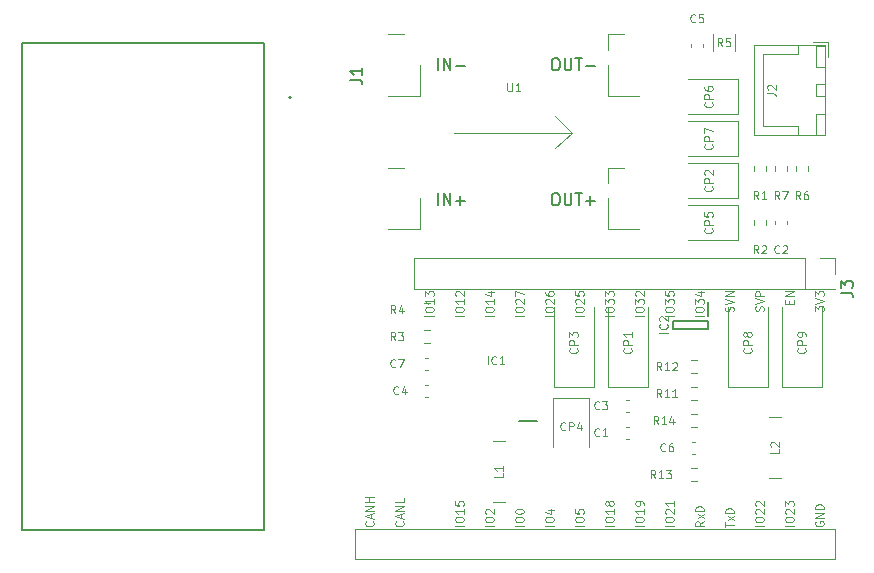
<source format=gbr>
%TF.GenerationSoftware,KiCad,Pcbnew,(5.1.10)-1*%
%TF.CreationDate,2021-07-24T11:50:19+02:00*%
%TF.ProjectId,pcb-esp32-power,7063622d-6573-4703-9332-2d706f776572,rev?*%
%TF.SameCoordinates,Original*%
%TF.FileFunction,Legend,Top*%
%TF.FilePolarity,Positive*%
%FSLAX46Y46*%
G04 Gerber Fmt 4.6, Leading zero omitted, Abs format (unit mm)*
G04 Created by KiCad (PCBNEW (5.1.10)-1) date 2021-07-24 11:50:19*
%MOMM*%
%LPD*%
G01*
G04 APERTURE LIST*
%ADD10C,0.120000*%
%ADD11C,0.200000*%
%ADD12C,0.100000*%
%ADD13C,0.127000*%
%ADD14C,0.150000*%
G04 APERTURE END LIST*
D10*
%TO.C,U1*%
X151966000Y-97282000D02*
X150566000Y-98582000D01*
X151966000Y-97282000D02*
X150566000Y-95882000D01*
X141966000Y-97282000D02*
X151966000Y-97282000D01*
X136436000Y-94152000D02*
X139096000Y-94152000D01*
X136436000Y-88952000D02*
X137766000Y-88952000D01*
X139096000Y-91552000D02*
X139096000Y-94152000D01*
X155036000Y-90282000D02*
X155036000Y-88952000D01*
X155036000Y-101582000D02*
X155036000Y-100252000D01*
X155036000Y-91552000D02*
X155036000Y-94152000D01*
X155036000Y-102852000D02*
X155036000Y-105452000D01*
X139096000Y-102852000D02*
X139096000Y-105452000D01*
X155036000Y-88952000D02*
X156366000Y-88952000D01*
X136436000Y-100252000D02*
X137766000Y-100252000D01*
X155036000Y-100252000D02*
X156366000Y-100252000D01*
X155036000Y-94152000D02*
X157696000Y-94152000D01*
X136436000Y-105452000D02*
X139096000Y-105452000D01*
X155036000Y-105452000D02*
X157696000Y-105452000D01*
%TO.C,C6*%
X162446580Y-124462000D02*
X162165420Y-124462000D01*
X162446580Y-123442000D02*
X162165420Y-123442000D01*
%TO.C,CP8*%
X165168000Y-112062000D02*
X165168000Y-118822000D01*
X165168000Y-118822000D02*
X168588000Y-118822000D01*
X168588000Y-118822000D02*
X168588000Y-112062000D01*
%TO.C,CP9*%
X173160000Y-118822000D02*
X173160000Y-112062000D01*
X169740000Y-118822000D02*
X173160000Y-118822000D01*
X169740000Y-112062000D02*
X169740000Y-118822000D01*
D11*
%TO.C,IC2*%
X163527000Y-113188000D02*
X163527000Y-113888000D01*
X163527000Y-113888000D02*
X160577000Y-113888000D01*
X160577000Y-113888000D02*
X160577000Y-113188000D01*
X160577000Y-113188000D02*
X163527000Y-113188000D01*
X163552000Y-111638000D02*
X163552000Y-112838000D01*
D10*
%TO.C,R11*%
X162068742Y-118857500D02*
X162543258Y-118857500D01*
X162068742Y-119902500D02*
X162543258Y-119902500D01*
%TO.C,R12*%
X162543258Y-116571500D02*
X162068742Y-116571500D01*
X162543258Y-117616500D02*
X162068742Y-117616500D01*
%TO.C,R13*%
X162543258Y-126760500D02*
X162068742Y-126760500D01*
X162543258Y-125715500D02*
X162068742Y-125715500D01*
%TO.C,R14*%
X162068742Y-122188500D02*
X162543258Y-122188500D01*
X162068742Y-121143500D02*
X162543258Y-121143500D01*
%TO.C,J2*%
X173692000Y-89606000D02*
X172442000Y-89606000D01*
X173692000Y-90856000D02*
X173692000Y-89606000D01*
X168192000Y-96756000D02*
X168192000Y-93706000D01*
X171142000Y-96756000D02*
X168192000Y-96756000D01*
X171142000Y-97506000D02*
X171142000Y-96756000D01*
X168192000Y-90656000D02*
X168192000Y-93706000D01*
X171142000Y-90656000D02*
X168192000Y-90656000D01*
X171142000Y-89906000D02*
X171142000Y-90656000D01*
X173392000Y-97506000D02*
X173392000Y-95706000D01*
X172642000Y-97506000D02*
X173392000Y-97506000D01*
X172642000Y-95706000D02*
X172642000Y-97506000D01*
X173392000Y-95706000D02*
X172642000Y-95706000D01*
X173392000Y-91706000D02*
X173392000Y-89906000D01*
X172642000Y-91706000D02*
X173392000Y-91706000D01*
X172642000Y-89906000D02*
X172642000Y-91706000D01*
X173392000Y-89906000D02*
X172642000Y-89906000D01*
X173392000Y-94206000D02*
X173392000Y-93206000D01*
X172642000Y-94206000D02*
X173392000Y-94206000D01*
X172642000Y-93206000D02*
X172642000Y-94206000D01*
X173392000Y-93206000D02*
X172642000Y-93206000D01*
X173402000Y-97516000D02*
X173402000Y-89896000D01*
X167432000Y-97516000D02*
X173402000Y-97516000D01*
X167432000Y-89896000D02*
X167432000Y-97516000D01*
X173402000Y-89896000D02*
X167432000Y-89896000D01*
%TO.C,C1*%
X156858580Y-123192000D02*
X156577420Y-123192000D01*
X156858580Y-122172000D02*
X156577420Y-122172000D01*
%TO.C,C2*%
X169162000Y-105042580D02*
X169162000Y-104761420D01*
X170182000Y-105042580D02*
X170182000Y-104761420D01*
%TO.C,C3*%
X156858580Y-119886000D02*
X156577420Y-119886000D01*
X156858580Y-120906000D02*
X156577420Y-120906000D01*
%TO.C,C4*%
X139559420Y-119636000D02*
X139840580Y-119636000D01*
X139559420Y-118616000D02*
X139840580Y-118616000D01*
%TO.C,C5*%
X162050000Y-90056580D02*
X162050000Y-89775420D01*
X163070000Y-90056580D02*
X163070000Y-89775420D01*
%TO.C,CP1*%
X158428000Y-118822000D02*
X158428000Y-112062000D01*
X155008000Y-118822000D02*
X158428000Y-118822000D01*
X155008000Y-112062000D02*
X155008000Y-118822000D01*
%TO.C,CP2*%
X161826000Y-102856000D02*
X166036000Y-102856000D01*
X166036000Y-102856000D02*
X166036000Y-99836000D01*
X166036000Y-99836000D02*
X161826000Y-99836000D01*
%TO.C,CP3*%
X150436000Y-112062000D02*
X150436000Y-118822000D01*
X150436000Y-118822000D02*
X153856000Y-118822000D01*
X153856000Y-118822000D02*
X153856000Y-112062000D01*
%TO.C,CP4*%
X153402000Y-123924000D02*
X153402000Y-119714000D01*
X153402000Y-119714000D02*
X150382000Y-119714000D01*
X150382000Y-119714000D02*
X150382000Y-123924000D01*
%TO.C,CP5*%
X166036000Y-103392000D02*
X161826000Y-103392000D01*
X166036000Y-106412000D02*
X166036000Y-103392000D01*
X161826000Y-106412000D02*
X166036000Y-106412000D01*
%TO.C,CP6*%
X161840000Y-95744000D02*
X166050000Y-95744000D01*
X166050000Y-95744000D02*
X166050000Y-92724000D01*
X166050000Y-92724000D02*
X161840000Y-92724000D01*
%TO.C,CP7*%
X166036000Y-96280000D02*
X161826000Y-96280000D01*
X166036000Y-99300000D02*
X166036000Y-96280000D01*
X161826000Y-99300000D02*
X166036000Y-99300000D01*
%TO.C,R1*%
X168416500Y-100092742D02*
X168416500Y-100567258D01*
X167371500Y-100092742D02*
X167371500Y-100567258D01*
%TO.C,R2*%
X168416500Y-105139258D02*
X168416500Y-104664742D01*
X167371500Y-105139258D02*
X167371500Y-104664742D01*
%TO.C,R3*%
X139462742Y-114031500D02*
X139937258Y-114031500D01*
X139462742Y-115076500D02*
X139937258Y-115076500D01*
%TO.C,R4*%
X139462742Y-112790500D02*
X139937258Y-112790500D01*
X139462742Y-111745500D02*
X139937258Y-111745500D01*
%TO.C,R5*%
X163936000Y-90389064D02*
X163936000Y-88934936D01*
X165756000Y-90389064D02*
X165756000Y-88934936D01*
%TO.C,C7*%
X139559420Y-116330000D02*
X139840580Y-116330000D01*
X139559420Y-117350000D02*
X139840580Y-117350000D01*
D11*
%TO.C,IC1*%
X149017000Y-121731000D02*
X147492000Y-121731000D01*
D12*
%TO.C,L1*%
X145296000Y-128584000D02*
X146296000Y-128584000D01*
X145296000Y-123384000D02*
X146296000Y-123384000D01*
%TO.C,L2*%
X169664000Y-126552000D02*
X168664000Y-126552000D01*
X169664000Y-121352000D02*
X168664000Y-121352000D01*
D10*
%TO.C,R6*%
X170927500Y-100567258D02*
X170927500Y-100092742D01*
X171972500Y-100567258D02*
X171972500Y-100092742D01*
%TO.C,R7*%
X170194500Y-100567258D02*
X170194500Y-100092742D01*
X169149500Y-100567258D02*
X169149500Y-100092742D01*
%TO.C,J3*%
X174244000Y-133350000D02*
X133604000Y-133350000D01*
X174244000Y-130810000D02*
X133604000Y-130810000D01*
X133604000Y-130810000D02*
X133604000Y-133350000D01*
X138624000Y-107890000D02*
X138624000Y-110490000D01*
X171704000Y-107890000D02*
X138624000Y-107890000D01*
X174304000Y-110490000D02*
X138624000Y-110490000D01*
X171704000Y-107890000D02*
X171704000Y-110490000D01*
X171704000Y-110490000D02*
X174304000Y-110490000D01*
X174304000Y-130810000D02*
X174304000Y-133350000D01*
X172974000Y-107890000D02*
X174304000Y-107890000D01*
X174304000Y-107890000D02*
X174304000Y-109220000D01*
D11*
%TO.C,J1*%
X128243000Y-94307000D02*
G75*
G03*
X128243000Y-94307000I-100000J0D01*
G01*
D13*
X105393000Y-89657000D02*
X125893000Y-89657000D01*
X105393000Y-130957000D02*
X105393000Y-89657000D01*
X125893000Y-130957000D02*
X105393000Y-130957000D01*
X125893000Y-89657000D02*
X125893000Y-130957000D01*
%TO.C,U1*%
D12*
X146532666Y-93088666D02*
X146532666Y-93655333D01*
X146566000Y-93722000D01*
X146599333Y-93755333D01*
X146666000Y-93788666D01*
X146799333Y-93788666D01*
X146866000Y-93755333D01*
X146899333Y-93722000D01*
X146932666Y-93655333D01*
X146932666Y-93088666D01*
X147632666Y-93788666D02*
X147232666Y-93788666D01*
X147432666Y-93788666D02*
X147432666Y-93088666D01*
X147366000Y-93188666D01*
X147299333Y-93255333D01*
X147232666Y-93288666D01*
D14*
X140641595Y-103434380D02*
X140641595Y-102434380D01*
X141117785Y-103434380D02*
X141117785Y-102434380D01*
X141689214Y-103434380D01*
X141689214Y-102434380D01*
X142165404Y-103053428D02*
X142927309Y-103053428D01*
X142546357Y-103434380D02*
X142546357Y-102672476D01*
X140641595Y-92004380D02*
X140641595Y-91004380D01*
X141117785Y-92004380D02*
X141117785Y-91004380D01*
X141689214Y-92004380D01*
X141689214Y-91004380D01*
X142165404Y-91623428D02*
X142927309Y-91623428D01*
X150511833Y-102434380D02*
X150702309Y-102434380D01*
X150797547Y-102482000D01*
X150892785Y-102577238D01*
X150940404Y-102767714D01*
X150940404Y-103101047D01*
X150892785Y-103291523D01*
X150797547Y-103386761D01*
X150702309Y-103434380D01*
X150511833Y-103434380D01*
X150416595Y-103386761D01*
X150321357Y-103291523D01*
X150273738Y-103101047D01*
X150273738Y-102767714D01*
X150321357Y-102577238D01*
X150416595Y-102482000D01*
X150511833Y-102434380D01*
X151368976Y-102434380D02*
X151368976Y-103243904D01*
X151416595Y-103339142D01*
X151464214Y-103386761D01*
X151559452Y-103434380D01*
X151749928Y-103434380D01*
X151845166Y-103386761D01*
X151892785Y-103339142D01*
X151940404Y-103243904D01*
X151940404Y-102434380D01*
X152273738Y-102434380D02*
X152845166Y-102434380D01*
X152559452Y-103434380D02*
X152559452Y-102434380D01*
X153178500Y-103053428D02*
X153940404Y-103053428D01*
X153559452Y-103434380D02*
X153559452Y-102672476D01*
X150511833Y-91004380D02*
X150702309Y-91004380D01*
X150797547Y-91052000D01*
X150892785Y-91147238D01*
X150940404Y-91337714D01*
X150940404Y-91671047D01*
X150892785Y-91861523D01*
X150797547Y-91956761D01*
X150702309Y-92004380D01*
X150511833Y-92004380D01*
X150416595Y-91956761D01*
X150321357Y-91861523D01*
X150273738Y-91671047D01*
X150273738Y-91337714D01*
X150321357Y-91147238D01*
X150416595Y-91052000D01*
X150511833Y-91004380D01*
X151368976Y-91004380D02*
X151368976Y-91813904D01*
X151416595Y-91909142D01*
X151464214Y-91956761D01*
X151559452Y-92004380D01*
X151749928Y-92004380D01*
X151845166Y-91956761D01*
X151892785Y-91909142D01*
X151940404Y-91813904D01*
X151940404Y-91004380D01*
X152273738Y-91004380D02*
X152845166Y-91004380D01*
X152559452Y-92004380D02*
X152559452Y-91004380D01*
X153178500Y-91623428D02*
X153940404Y-91623428D01*
%TO.C,C6*%
D12*
X159903333Y-124202000D02*
X159870000Y-124235333D01*
X159770000Y-124268666D01*
X159703333Y-124268666D01*
X159603333Y-124235333D01*
X159536666Y-124168666D01*
X159503333Y-124102000D01*
X159470000Y-123968666D01*
X159470000Y-123868666D01*
X159503333Y-123735333D01*
X159536666Y-123668666D01*
X159603333Y-123602000D01*
X159703333Y-123568666D01*
X159770000Y-123568666D01*
X159870000Y-123602000D01*
X159903333Y-123635333D01*
X160503333Y-123568666D02*
X160370000Y-123568666D01*
X160303333Y-123602000D01*
X160270000Y-123635333D01*
X160203333Y-123735333D01*
X160170000Y-123868666D01*
X160170000Y-124135333D01*
X160203333Y-124202000D01*
X160236666Y-124235333D01*
X160303333Y-124268666D01*
X160436666Y-124268666D01*
X160503333Y-124235333D01*
X160536666Y-124202000D01*
X160570000Y-124135333D01*
X160570000Y-123968666D01*
X160536666Y-123902000D01*
X160503333Y-123868666D01*
X160436666Y-123835333D01*
X160303333Y-123835333D01*
X160236666Y-123868666D01*
X160203333Y-123902000D01*
X160170000Y-123968666D01*
%TO.C,CP8*%
X167128000Y-115528666D02*
X167161333Y-115562000D01*
X167194666Y-115662000D01*
X167194666Y-115728666D01*
X167161333Y-115828666D01*
X167094666Y-115895333D01*
X167028000Y-115928666D01*
X166894666Y-115962000D01*
X166794666Y-115962000D01*
X166661333Y-115928666D01*
X166594666Y-115895333D01*
X166528000Y-115828666D01*
X166494666Y-115728666D01*
X166494666Y-115662000D01*
X166528000Y-115562000D01*
X166561333Y-115528666D01*
X167194666Y-115228666D02*
X166494666Y-115228666D01*
X166494666Y-114962000D01*
X166528000Y-114895333D01*
X166561333Y-114862000D01*
X166628000Y-114828666D01*
X166728000Y-114828666D01*
X166794666Y-114862000D01*
X166828000Y-114895333D01*
X166861333Y-114962000D01*
X166861333Y-115228666D01*
X166794666Y-114428666D02*
X166761333Y-114495333D01*
X166728000Y-114528666D01*
X166661333Y-114562000D01*
X166628000Y-114562000D01*
X166561333Y-114528666D01*
X166528000Y-114495333D01*
X166494666Y-114428666D01*
X166494666Y-114295333D01*
X166528000Y-114228666D01*
X166561333Y-114195333D01*
X166628000Y-114162000D01*
X166661333Y-114162000D01*
X166728000Y-114195333D01*
X166761333Y-114228666D01*
X166794666Y-114295333D01*
X166794666Y-114428666D01*
X166828000Y-114495333D01*
X166861333Y-114528666D01*
X166928000Y-114562000D01*
X167061333Y-114562000D01*
X167128000Y-114528666D01*
X167161333Y-114495333D01*
X167194666Y-114428666D01*
X167194666Y-114295333D01*
X167161333Y-114228666D01*
X167128000Y-114195333D01*
X167061333Y-114162000D01*
X166928000Y-114162000D01*
X166861333Y-114195333D01*
X166828000Y-114228666D01*
X166794666Y-114295333D01*
%TO.C,CP9*%
X171700000Y-115528666D02*
X171733333Y-115562000D01*
X171766666Y-115662000D01*
X171766666Y-115728666D01*
X171733333Y-115828666D01*
X171666666Y-115895333D01*
X171600000Y-115928666D01*
X171466666Y-115962000D01*
X171366666Y-115962000D01*
X171233333Y-115928666D01*
X171166666Y-115895333D01*
X171100000Y-115828666D01*
X171066666Y-115728666D01*
X171066666Y-115662000D01*
X171100000Y-115562000D01*
X171133333Y-115528666D01*
X171766666Y-115228666D02*
X171066666Y-115228666D01*
X171066666Y-114962000D01*
X171100000Y-114895333D01*
X171133333Y-114862000D01*
X171200000Y-114828666D01*
X171300000Y-114828666D01*
X171366666Y-114862000D01*
X171400000Y-114895333D01*
X171433333Y-114962000D01*
X171433333Y-115228666D01*
X171766666Y-114495333D02*
X171766666Y-114362000D01*
X171733333Y-114295333D01*
X171700000Y-114262000D01*
X171600000Y-114195333D01*
X171466666Y-114162000D01*
X171200000Y-114162000D01*
X171133333Y-114195333D01*
X171100000Y-114228666D01*
X171066666Y-114295333D01*
X171066666Y-114428666D01*
X171100000Y-114495333D01*
X171133333Y-114528666D01*
X171200000Y-114562000D01*
X171366666Y-114562000D01*
X171433333Y-114528666D01*
X171466666Y-114495333D01*
X171500000Y-114428666D01*
X171500000Y-114295333D01*
X171466666Y-114228666D01*
X171433333Y-114195333D01*
X171366666Y-114162000D01*
%TO.C,IC2*%
X160082666Y-114221333D02*
X159382666Y-114221333D01*
X160016000Y-113488000D02*
X160049333Y-113521333D01*
X160082666Y-113621333D01*
X160082666Y-113688000D01*
X160049333Y-113788000D01*
X159982666Y-113854666D01*
X159916000Y-113888000D01*
X159782666Y-113921333D01*
X159682666Y-113921333D01*
X159549333Y-113888000D01*
X159482666Y-113854666D01*
X159416000Y-113788000D01*
X159382666Y-113688000D01*
X159382666Y-113621333D01*
X159416000Y-113521333D01*
X159449333Y-113488000D01*
X159449333Y-113221333D02*
X159416000Y-113188000D01*
X159382666Y-113121333D01*
X159382666Y-112954666D01*
X159416000Y-112888000D01*
X159449333Y-112854666D01*
X159516000Y-112821333D01*
X159582666Y-112821333D01*
X159682666Y-112854666D01*
X160082666Y-113254666D01*
X160082666Y-112821333D01*
%TO.C,R11*%
X159570000Y-119696666D02*
X159336666Y-119363333D01*
X159170000Y-119696666D02*
X159170000Y-118996666D01*
X159436666Y-118996666D01*
X159503333Y-119030000D01*
X159536666Y-119063333D01*
X159570000Y-119130000D01*
X159570000Y-119230000D01*
X159536666Y-119296666D01*
X159503333Y-119330000D01*
X159436666Y-119363333D01*
X159170000Y-119363333D01*
X160236666Y-119696666D02*
X159836666Y-119696666D01*
X160036666Y-119696666D02*
X160036666Y-118996666D01*
X159970000Y-119096666D01*
X159903333Y-119163333D01*
X159836666Y-119196666D01*
X160903333Y-119696666D02*
X160503333Y-119696666D01*
X160703333Y-119696666D02*
X160703333Y-118996666D01*
X160636666Y-119096666D01*
X160570000Y-119163333D01*
X160503333Y-119196666D01*
%TO.C,R12*%
X159570000Y-117410666D02*
X159336666Y-117077333D01*
X159170000Y-117410666D02*
X159170000Y-116710666D01*
X159436666Y-116710666D01*
X159503333Y-116744000D01*
X159536666Y-116777333D01*
X159570000Y-116844000D01*
X159570000Y-116944000D01*
X159536666Y-117010666D01*
X159503333Y-117044000D01*
X159436666Y-117077333D01*
X159170000Y-117077333D01*
X160236666Y-117410666D02*
X159836666Y-117410666D01*
X160036666Y-117410666D02*
X160036666Y-116710666D01*
X159970000Y-116810666D01*
X159903333Y-116877333D01*
X159836666Y-116910666D01*
X160503333Y-116777333D02*
X160536666Y-116744000D01*
X160603333Y-116710666D01*
X160770000Y-116710666D01*
X160836666Y-116744000D01*
X160870000Y-116777333D01*
X160903333Y-116844000D01*
X160903333Y-116910666D01*
X160870000Y-117010666D01*
X160470000Y-117410666D01*
X160903333Y-117410666D01*
%TO.C,R13*%
X159062000Y-126554666D02*
X158828666Y-126221333D01*
X158662000Y-126554666D02*
X158662000Y-125854666D01*
X158928666Y-125854666D01*
X158995333Y-125888000D01*
X159028666Y-125921333D01*
X159062000Y-125988000D01*
X159062000Y-126088000D01*
X159028666Y-126154666D01*
X158995333Y-126188000D01*
X158928666Y-126221333D01*
X158662000Y-126221333D01*
X159728666Y-126554666D02*
X159328666Y-126554666D01*
X159528666Y-126554666D02*
X159528666Y-125854666D01*
X159462000Y-125954666D01*
X159395333Y-126021333D01*
X159328666Y-126054666D01*
X159962000Y-125854666D02*
X160395333Y-125854666D01*
X160162000Y-126121333D01*
X160262000Y-126121333D01*
X160328666Y-126154666D01*
X160362000Y-126188000D01*
X160395333Y-126254666D01*
X160395333Y-126421333D01*
X160362000Y-126488000D01*
X160328666Y-126521333D01*
X160262000Y-126554666D01*
X160062000Y-126554666D01*
X159995333Y-126521333D01*
X159962000Y-126488000D01*
%TO.C,R14*%
X159316000Y-121982666D02*
X159082666Y-121649333D01*
X158916000Y-121982666D02*
X158916000Y-121282666D01*
X159182666Y-121282666D01*
X159249333Y-121316000D01*
X159282666Y-121349333D01*
X159316000Y-121416000D01*
X159316000Y-121516000D01*
X159282666Y-121582666D01*
X159249333Y-121616000D01*
X159182666Y-121649333D01*
X158916000Y-121649333D01*
X159982666Y-121982666D02*
X159582666Y-121982666D01*
X159782666Y-121982666D02*
X159782666Y-121282666D01*
X159716000Y-121382666D01*
X159649333Y-121449333D01*
X159582666Y-121482666D01*
X160582666Y-121516000D02*
X160582666Y-121982666D01*
X160416000Y-121249333D02*
X160249333Y-121749333D01*
X160682666Y-121749333D01*
%TO.C,J2*%
X168526666Y-93939333D02*
X169026666Y-93939333D01*
X169126666Y-93972666D01*
X169193333Y-94039333D01*
X169226666Y-94139333D01*
X169226666Y-94206000D01*
X168593333Y-93639333D02*
X168560000Y-93606000D01*
X168526666Y-93539333D01*
X168526666Y-93372666D01*
X168560000Y-93306000D01*
X168593333Y-93272666D01*
X168660000Y-93239333D01*
X168726666Y-93239333D01*
X168826666Y-93272666D01*
X169226666Y-93672666D01*
X169226666Y-93239333D01*
%TO.C,C1*%
X154315333Y-122932000D02*
X154282000Y-122965333D01*
X154182000Y-122998666D01*
X154115333Y-122998666D01*
X154015333Y-122965333D01*
X153948666Y-122898666D01*
X153915333Y-122832000D01*
X153882000Y-122698666D01*
X153882000Y-122598666D01*
X153915333Y-122465333D01*
X153948666Y-122398666D01*
X154015333Y-122332000D01*
X154115333Y-122298666D01*
X154182000Y-122298666D01*
X154282000Y-122332000D01*
X154315333Y-122365333D01*
X154982000Y-122998666D02*
X154582000Y-122998666D01*
X154782000Y-122998666D02*
X154782000Y-122298666D01*
X154715333Y-122398666D01*
X154648666Y-122465333D01*
X154582000Y-122498666D01*
%TO.C,C2*%
X169555333Y-107438000D02*
X169522000Y-107471333D01*
X169422000Y-107504666D01*
X169355333Y-107504666D01*
X169255333Y-107471333D01*
X169188666Y-107404666D01*
X169155333Y-107338000D01*
X169122000Y-107204666D01*
X169122000Y-107104666D01*
X169155333Y-106971333D01*
X169188666Y-106904666D01*
X169255333Y-106838000D01*
X169355333Y-106804666D01*
X169422000Y-106804666D01*
X169522000Y-106838000D01*
X169555333Y-106871333D01*
X169822000Y-106871333D02*
X169855333Y-106838000D01*
X169922000Y-106804666D01*
X170088666Y-106804666D01*
X170155333Y-106838000D01*
X170188666Y-106871333D01*
X170222000Y-106938000D01*
X170222000Y-107004666D01*
X170188666Y-107104666D01*
X169788666Y-107504666D01*
X170222000Y-107504666D01*
%TO.C,C3*%
X154315333Y-120646000D02*
X154282000Y-120679333D01*
X154182000Y-120712666D01*
X154115333Y-120712666D01*
X154015333Y-120679333D01*
X153948666Y-120612666D01*
X153915333Y-120546000D01*
X153882000Y-120412666D01*
X153882000Y-120312666D01*
X153915333Y-120179333D01*
X153948666Y-120112666D01*
X154015333Y-120046000D01*
X154115333Y-120012666D01*
X154182000Y-120012666D01*
X154282000Y-120046000D01*
X154315333Y-120079333D01*
X154548666Y-120012666D02*
X154982000Y-120012666D01*
X154748666Y-120279333D01*
X154848666Y-120279333D01*
X154915333Y-120312666D01*
X154948666Y-120346000D01*
X154982000Y-120412666D01*
X154982000Y-120579333D01*
X154948666Y-120646000D01*
X154915333Y-120679333D01*
X154848666Y-120712666D01*
X154648666Y-120712666D01*
X154582000Y-120679333D01*
X154548666Y-120646000D01*
%TO.C,C4*%
X137297333Y-119376000D02*
X137264000Y-119409333D01*
X137164000Y-119442666D01*
X137097333Y-119442666D01*
X136997333Y-119409333D01*
X136930666Y-119342666D01*
X136897333Y-119276000D01*
X136864000Y-119142666D01*
X136864000Y-119042666D01*
X136897333Y-118909333D01*
X136930666Y-118842666D01*
X136997333Y-118776000D01*
X137097333Y-118742666D01*
X137164000Y-118742666D01*
X137264000Y-118776000D01*
X137297333Y-118809333D01*
X137897333Y-118976000D02*
X137897333Y-119442666D01*
X137730666Y-118709333D02*
X137564000Y-119209333D01*
X137997333Y-119209333D01*
%TO.C,C5*%
X162443333Y-87880000D02*
X162410000Y-87913333D01*
X162310000Y-87946666D01*
X162243333Y-87946666D01*
X162143333Y-87913333D01*
X162076666Y-87846666D01*
X162043333Y-87780000D01*
X162010000Y-87646666D01*
X162010000Y-87546666D01*
X162043333Y-87413333D01*
X162076666Y-87346666D01*
X162143333Y-87280000D01*
X162243333Y-87246666D01*
X162310000Y-87246666D01*
X162410000Y-87280000D01*
X162443333Y-87313333D01*
X163076666Y-87246666D02*
X162743333Y-87246666D01*
X162710000Y-87580000D01*
X162743333Y-87546666D01*
X162810000Y-87513333D01*
X162976666Y-87513333D01*
X163043333Y-87546666D01*
X163076666Y-87580000D01*
X163110000Y-87646666D01*
X163110000Y-87813333D01*
X163076666Y-87880000D01*
X163043333Y-87913333D01*
X162976666Y-87946666D01*
X162810000Y-87946666D01*
X162743333Y-87913333D01*
X162710000Y-87880000D01*
%TO.C,CP1*%
X156968000Y-115528666D02*
X157001333Y-115562000D01*
X157034666Y-115662000D01*
X157034666Y-115728666D01*
X157001333Y-115828666D01*
X156934666Y-115895333D01*
X156868000Y-115928666D01*
X156734666Y-115962000D01*
X156634666Y-115962000D01*
X156501333Y-115928666D01*
X156434666Y-115895333D01*
X156368000Y-115828666D01*
X156334666Y-115728666D01*
X156334666Y-115662000D01*
X156368000Y-115562000D01*
X156401333Y-115528666D01*
X157034666Y-115228666D02*
X156334666Y-115228666D01*
X156334666Y-114962000D01*
X156368000Y-114895333D01*
X156401333Y-114862000D01*
X156468000Y-114828666D01*
X156568000Y-114828666D01*
X156634666Y-114862000D01*
X156668000Y-114895333D01*
X156701333Y-114962000D01*
X156701333Y-115228666D01*
X157034666Y-114162000D02*
X157034666Y-114562000D01*
X157034666Y-114362000D02*
X156334666Y-114362000D01*
X156434666Y-114428666D01*
X156501333Y-114495333D01*
X156534666Y-114562000D01*
%TO.C,CP2*%
X163826000Y-101812666D02*
X163859333Y-101846000D01*
X163892666Y-101946000D01*
X163892666Y-102012666D01*
X163859333Y-102112666D01*
X163792666Y-102179333D01*
X163726000Y-102212666D01*
X163592666Y-102246000D01*
X163492666Y-102246000D01*
X163359333Y-102212666D01*
X163292666Y-102179333D01*
X163226000Y-102112666D01*
X163192666Y-102012666D01*
X163192666Y-101946000D01*
X163226000Y-101846000D01*
X163259333Y-101812666D01*
X163892666Y-101512666D02*
X163192666Y-101512666D01*
X163192666Y-101246000D01*
X163226000Y-101179333D01*
X163259333Y-101146000D01*
X163326000Y-101112666D01*
X163426000Y-101112666D01*
X163492666Y-101146000D01*
X163526000Y-101179333D01*
X163559333Y-101246000D01*
X163559333Y-101512666D01*
X163259333Y-100846000D02*
X163226000Y-100812666D01*
X163192666Y-100746000D01*
X163192666Y-100579333D01*
X163226000Y-100512666D01*
X163259333Y-100479333D01*
X163326000Y-100446000D01*
X163392666Y-100446000D01*
X163492666Y-100479333D01*
X163892666Y-100879333D01*
X163892666Y-100446000D01*
%TO.C,CP3*%
X152396000Y-115528666D02*
X152429333Y-115562000D01*
X152462666Y-115662000D01*
X152462666Y-115728666D01*
X152429333Y-115828666D01*
X152362666Y-115895333D01*
X152296000Y-115928666D01*
X152162666Y-115962000D01*
X152062666Y-115962000D01*
X151929333Y-115928666D01*
X151862666Y-115895333D01*
X151796000Y-115828666D01*
X151762666Y-115728666D01*
X151762666Y-115662000D01*
X151796000Y-115562000D01*
X151829333Y-115528666D01*
X152462666Y-115228666D02*
X151762666Y-115228666D01*
X151762666Y-114962000D01*
X151796000Y-114895333D01*
X151829333Y-114862000D01*
X151896000Y-114828666D01*
X151996000Y-114828666D01*
X152062666Y-114862000D01*
X152096000Y-114895333D01*
X152129333Y-114962000D01*
X152129333Y-115228666D01*
X151762666Y-114595333D02*
X151762666Y-114162000D01*
X152029333Y-114395333D01*
X152029333Y-114295333D01*
X152062666Y-114228666D01*
X152096000Y-114195333D01*
X152162666Y-114162000D01*
X152329333Y-114162000D01*
X152396000Y-114195333D01*
X152429333Y-114228666D01*
X152462666Y-114295333D01*
X152462666Y-114495333D01*
X152429333Y-114562000D01*
X152396000Y-114595333D01*
%TO.C,CP4*%
X151425333Y-122424000D02*
X151392000Y-122457333D01*
X151292000Y-122490666D01*
X151225333Y-122490666D01*
X151125333Y-122457333D01*
X151058666Y-122390666D01*
X151025333Y-122324000D01*
X150992000Y-122190666D01*
X150992000Y-122090666D01*
X151025333Y-121957333D01*
X151058666Y-121890666D01*
X151125333Y-121824000D01*
X151225333Y-121790666D01*
X151292000Y-121790666D01*
X151392000Y-121824000D01*
X151425333Y-121857333D01*
X151725333Y-122490666D02*
X151725333Y-121790666D01*
X151992000Y-121790666D01*
X152058666Y-121824000D01*
X152092000Y-121857333D01*
X152125333Y-121924000D01*
X152125333Y-122024000D01*
X152092000Y-122090666D01*
X152058666Y-122124000D01*
X151992000Y-122157333D01*
X151725333Y-122157333D01*
X152725333Y-122024000D02*
X152725333Y-122490666D01*
X152558666Y-121757333D02*
X152392000Y-122257333D01*
X152825333Y-122257333D01*
%TO.C,CP5*%
X163826000Y-105368666D02*
X163859333Y-105402000D01*
X163892666Y-105502000D01*
X163892666Y-105568666D01*
X163859333Y-105668666D01*
X163792666Y-105735333D01*
X163726000Y-105768666D01*
X163592666Y-105802000D01*
X163492666Y-105802000D01*
X163359333Y-105768666D01*
X163292666Y-105735333D01*
X163226000Y-105668666D01*
X163192666Y-105568666D01*
X163192666Y-105502000D01*
X163226000Y-105402000D01*
X163259333Y-105368666D01*
X163892666Y-105068666D02*
X163192666Y-105068666D01*
X163192666Y-104802000D01*
X163226000Y-104735333D01*
X163259333Y-104702000D01*
X163326000Y-104668666D01*
X163426000Y-104668666D01*
X163492666Y-104702000D01*
X163526000Y-104735333D01*
X163559333Y-104802000D01*
X163559333Y-105068666D01*
X163192666Y-104035333D02*
X163192666Y-104368666D01*
X163526000Y-104402000D01*
X163492666Y-104368666D01*
X163459333Y-104302000D01*
X163459333Y-104135333D01*
X163492666Y-104068666D01*
X163526000Y-104035333D01*
X163592666Y-104002000D01*
X163759333Y-104002000D01*
X163826000Y-104035333D01*
X163859333Y-104068666D01*
X163892666Y-104135333D01*
X163892666Y-104302000D01*
X163859333Y-104368666D01*
X163826000Y-104402000D01*
%TO.C,CP6*%
X163840000Y-94700666D02*
X163873333Y-94734000D01*
X163906666Y-94834000D01*
X163906666Y-94900666D01*
X163873333Y-95000666D01*
X163806666Y-95067333D01*
X163740000Y-95100666D01*
X163606666Y-95134000D01*
X163506666Y-95134000D01*
X163373333Y-95100666D01*
X163306666Y-95067333D01*
X163240000Y-95000666D01*
X163206666Y-94900666D01*
X163206666Y-94834000D01*
X163240000Y-94734000D01*
X163273333Y-94700666D01*
X163906666Y-94400666D02*
X163206666Y-94400666D01*
X163206666Y-94134000D01*
X163240000Y-94067333D01*
X163273333Y-94034000D01*
X163340000Y-94000666D01*
X163440000Y-94000666D01*
X163506666Y-94034000D01*
X163540000Y-94067333D01*
X163573333Y-94134000D01*
X163573333Y-94400666D01*
X163206666Y-93400666D02*
X163206666Y-93534000D01*
X163240000Y-93600666D01*
X163273333Y-93634000D01*
X163373333Y-93700666D01*
X163506666Y-93734000D01*
X163773333Y-93734000D01*
X163840000Y-93700666D01*
X163873333Y-93667333D01*
X163906666Y-93600666D01*
X163906666Y-93467333D01*
X163873333Y-93400666D01*
X163840000Y-93367333D01*
X163773333Y-93334000D01*
X163606666Y-93334000D01*
X163540000Y-93367333D01*
X163506666Y-93400666D01*
X163473333Y-93467333D01*
X163473333Y-93600666D01*
X163506666Y-93667333D01*
X163540000Y-93700666D01*
X163606666Y-93734000D01*
%TO.C,CP7*%
X163826000Y-98256666D02*
X163859333Y-98290000D01*
X163892666Y-98390000D01*
X163892666Y-98456666D01*
X163859333Y-98556666D01*
X163792666Y-98623333D01*
X163726000Y-98656666D01*
X163592666Y-98690000D01*
X163492666Y-98690000D01*
X163359333Y-98656666D01*
X163292666Y-98623333D01*
X163226000Y-98556666D01*
X163192666Y-98456666D01*
X163192666Y-98390000D01*
X163226000Y-98290000D01*
X163259333Y-98256666D01*
X163892666Y-97956666D02*
X163192666Y-97956666D01*
X163192666Y-97690000D01*
X163226000Y-97623333D01*
X163259333Y-97590000D01*
X163326000Y-97556666D01*
X163426000Y-97556666D01*
X163492666Y-97590000D01*
X163526000Y-97623333D01*
X163559333Y-97690000D01*
X163559333Y-97956666D01*
X163192666Y-97323333D02*
X163192666Y-96856666D01*
X163892666Y-97156666D01*
%TO.C,R1*%
X167777333Y-102932666D02*
X167544000Y-102599333D01*
X167377333Y-102932666D02*
X167377333Y-102232666D01*
X167644000Y-102232666D01*
X167710666Y-102266000D01*
X167744000Y-102299333D01*
X167777333Y-102366000D01*
X167777333Y-102466000D01*
X167744000Y-102532666D01*
X167710666Y-102566000D01*
X167644000Y-102599333D01*
X167377333Y-102599333D01*
X168444000Y-102932666D02*
X168044000Y-102932666D01*
X168244000Y-102932666D02*
X168244000Y-102232666D01*
X168177333Y-102332666D01*
X168110666Y-102399333D01*
X168044000Y-102432666D01*
%TO.C,R2*%
X167777333Y-107504666D02*
X167544000Y-107171333D01*
X167377333Y-107504666D02*
X167377333Y-106804666D01*
X167644000Y-106804666D01*
X167710666Y-106838000D01*
X167744000Y-106871333D01*
X167777333Y-106938000D01*
X167777333Y-107038000D01*
X167744000Y-107104666D01*
X167710666Y-107138000D01*
X167644000Y-107171333D01*
X167377333Y-107171333D01*
X168044000Y-106871333D02*
X168077333Y-106838000D01*
X168144000Y-106804666D01*
X168310666Y-106804666D01*
X168377333Y-106838000D01*
X168410666Y-106871333D01*
X168444000Y-106938000D01*
X168444000Y-107004666D01*
X168410666Y-107104666D01*
X168010666Y-107504666D01*
X168444000Y-107504666D01*
%TO.C,R3*%
X137043333Y-114870666D02*
X136810000Y-114537333D01*
X136643333Y-114870666D02*
X136643333Y-114170666D01*
X136910000Y-114170666D01*
X136976666Y-114204000D01*
X137010000Y-114237333D01*
X137043333Y-114304000D01*
X137043333Y-114404000D01*
X137010000Y-114470666D01*
X136976666Y-114504000D01*
X136910000Y-114537333D01*
X136643333Y-114537333D01*
X137276666Y-114170666D02*
X137710000Y-114170666D01*
X137476666Y-114437333D01*
X137576666Y-114437333D01*
X137643333Y-114470666D01*
X137676666Y-114504000D01*
X137710000Y-114570666D01*
X137710000Y-114737333D01*
X137676666Y-114804000D01*
X137643333Y-114837333D01*
X137576666Y-114870666D01*
X137376666Y-114870666D01*
X137310000Y-114837333D01*
X137276666Y-114804000D01*
%TO.C,R4*%
X137043333Y-112584666D02*
X136810000Y-112251333D01*
X136643333Y-112584666D02*
X136643333Y-111884666D01*
X136910000Y-111884666D01*
X136976666Y-111918000D01*
X137010000Y-111951333D01*
X137043333Y-112018000D01*
X137043333Y-112118000D01*
X137010000Y-112184666D01*
X136976666Y-112218000D01*
X136910000Y-112251333D01*
X136643333Y-112251333D01*
X137643333Y-112118000D02*
X137643333Y-112584666D01*
X137476666Y-111851333D02*
X137310000Y-112351333D01*
X137743333Y-112351333D01*
%TO.C,R5*%
X164729333Y-89978666D02*
X164496000Y-89645333D01*
X164329333Y-89978666D02*
X164329333Y-89278666D01*
X164596000Y-89278666D01*
X164662666Y-89312000D01*
X164696000Y-89345333D01*
X164729333Y-89412000D01*
X164729333Y-89512000D01*
X164696000Y-89578666D01*
X164662666Y-89612000D01*
X164596000Y-89645333D01*
X164329333Y-89645333D01*
X165362666Y-89278666D02*
X165029333Y-89278666D01*
X164996000Y-89612000D01*
X165029333Y-89578666D01*
X165096000Y-89545333D01*
X165262666Y-89545333D01*
X165329333Y-89578666D01*
X165362666Y-89612000D01*
X165396000Y-89678666D01*
X165396000Y-89845333D01*
X165362666Y-89912000D01*
X165329333Y-89945333D01*
X165262666Y-89978666D01*
X165096000Y-89978666D01*
X165029333Y-89945333D01*
X164996000Y-89912000D01*
%TO.C,C7*%
X137043333Y-117090000D02*
X137010000Y-117123333D01*
X136910000Y-117156666D01*
X136843333Y-117156666D01*
X136743333Y-117123333D01*
X136676666Y-117056666D01*
X136643333Y-116990000D01*
X136610000Y-116856666D01*
X136610000Y-116756666D01*
X136643333Y-116623333D01*
X136676666Y-116556666D01*
X136743333Y-116490000D01*
X136843333Y-116456666D01*
X136910000Y-116456666D01*
X137010000Y-116490000D01*
X137043333Y-116523333D01*
X137276666Y-116456666D02*
X137743333Y-116456666D01*
X137443333Y-117156666D01*
%TO.C,IC1*%
X144858666Y-116902666D02*
X144858666Y-116202666D01*
X145592000Y-116836000D02*
X145558666Y-116869333D01*
X145458666Y-116902666D01*
X145392000Y-116902666D01*
X145292000Y-116869333D01*
X145225333Y-116802666D01*
X145192000Y-116736000D01*
X145158666Y-116602666D01*
X145158666Y-116502666D01*
X145192000Y-116369333D01*
X145225333Y-116302666D01*
X145292000Y-116236000D01*
X145392000Y-116202666D01*
X145458666Y-116202666D01*
X145558666Y-116236000D01*
X145592000Y-116269333D01*
X146258666Y-116902666D02*
X145858666Y-116902666D01*
X146058666Y-116902666D02*
X146058666Y-116202666D01*
X145992000Y-116302666D01*
X145925333Y-116369333D01*
X145858666Y-116402666D01*
%TO.C,L1*%
X146112666Y-126100666D02*
X146112666Y-126434000D01*
X145412666Y-126434000D01*
X146112666Y-125500666D02*
X146112666Y-125900666D01*
X146112666Y-125700666D02*
X145412666Y-125700666D01*
X145512666Y-125767333D01*
X145579333Y-125834000D01*
X145612666Y-125900666D01*
%TO.C,L2*%
X169480666Y-124068666D02*
X169480666Y-124402000D01*
X168780666Y-124402000D01*
X168847333Y-123868666D02*
X168814000Y-123835333D01*
X168780666Y-123768666D01*
X168780666Y-123602000D01*
X168814000Y-123535333D01*
X168847333Y-123502000D01*
X168914000Y-123468666D01*
X168980666Y-123468666D01*
X169080666Y-123502000D01*
X169480666Y-123902000D01*
X169480666Y-123468666D01*
%TO.C,R6*%
X171333333Y-102932666D02*
X171100000Y-102599333D01*
X170933333Y-102932666D02*
X170933333Y-102232666D01*
X171200000Y-102232666D01*
X171266666Y-102266000D01*
X171300000Y-102299333D01*
X171333333Y-102366000D01*
X171333333Y-102466000D01*
X171300000Y-102532666D01*
X171266666Y-102566000D01*
X171200000Y-102599333D01*
X170933333Y-102599333D01*
X171933333Y-102232666D02*
X171800000Y-102232666D01*
X171733333Y-102266000D01*
X171700000Y-102299333D01*
X171633333Y-102399333D01*
X171600000Y-102532666D01*
X171600000Y-102799333D01*
X171633333Y-102866000D01*
X171666666Y-102899333D01*
X171733333Y-102932666D01*
X171866666Y-102932666D01*
X171933333Y-102899333D01*
X171966666Y-102866000D01*
X172000000Y-102799333D01*
X172000000Y-102632666D01*
X171966666Y-102566000D01*
X171933333Y-102532666D01*
X171866666Y-102499333D01*
X171733333Y-102499333D01*
X171666666Y-102532666D01*
X171633333Y-102566000D01*
X171600000Y-102632666D01*
%TO.C,R7*%
X169555333Y-102932666D02*
X169322000Y-102599333D01*
X169155333Y-102932666D02*
X169155333Y-102232666D01*
X169422000Y-102232666D01*
X169488666Y-102266000D01*
X169522000Y-102299333D01*
X169555333Y-102366000D01*
X169555333Y-102466000D01*
X169522000Y-102532666D01*
X169488666Y-102566000D01*
X169422000Y-102599333D01*
X169155333Y-102599333D01*
X169788666Y-102232666D02*
X170255333Y-102232666D01*
X169955333Y-102932666D01*
%TO.C,J3*%
D14*
X174756380Y-110823333D02*
X175470666Y-110823333D01*
X175613523Y-110870952D01*
X175708761Y-110966190D01*
X175756380Y-111109047D01*
X175756380Y-111204285D01*
X174756380Y-110442380D02*
X174756380Y-109823333D01*
X175137333Y-110156666D01*
X175137333Y-110013809D01*
X175184952Y-109918571D01*
X175232571Y-109870952D01*
X175327809Y-109823333D01*
X175565904Y-109823333D01*
X175661142Y-109870952D01*
X175708761Y-109918571D01*
X175756380Y-110013809D01*
X175756380Y-110299523D01*
X175708761Y-110394761D01*
X175661142Y-110442380D01*
D12*
X172590666Y-112388333D02*
X172590666Y-111955000D01*
X172857333Y-112188333D01*
X172857333Y-112088333D01*
X172890666Y-112021666D01*
X172924000Y-111988333D01*
X172990666Y-111955000D01*
X173157333Y-111955000D01*
X173224000Y-111988333D01*
X173257333Y-112021666D01*
X173290666Y-112088333D01*
X173290666Y-112288333D01*
X173257333Y-112355000D01*
X173224000Y-112388333D01*
X172590666Y-111755000D02*
X173290666Y-111521666D01*
X172590666Y-111288333D01*
X172590666Y-111121666D02*
X172590666Y-110688333D01*
X172857333Y-110921666D01*
X172857333Y-110821666D01*
X172890666Y-110755000D01*
X172924000Y-110721666D01*
X172990666Y-110688333D01*
X173157333Y-110688333D01*
X173224000Y-110721666D01*
X173257333Y-110755000D01*
X173290666Y-110821666D01*
X173290666Y-111021666D01*
X173257333Y-111088333D01*
X173224000Y-111121666D01*
X170384000Y-111755000D02*
X170384000Y-111521666D01*
X170750666Y-111421666D02*
X170750666Y-111755000D01*
X170050666Y-111755000D01*
X170050666Y-111421666D01*
X170750666Y-111121666D02*
X170050666Y-111121666D01*
X170750666Y-110721666D01*
X170050666Y-110721666D01*
X168177333Y-112388333D02*
X168210666Y-112288333D01*
X168210666Y-112121666D01*
X168177333Y-112055000D01*
X168144000Y-112021666D01*
X168077333Y-111988333D01*
X168010666Y-111988333D01*
X167944000Y-112021666D01*
X167910666Y-112055000D01*
X167877333Y-112121666D01*
X167844000Y-112255000D01*
X167810666Y-112321666D01*
X167777333Y-112355000D01*
X167710666Y-112388333D01*
X167644000Y-112388333D01*
X167577333Y-112355000D01*
X167544000Y-112321666D01*
X167510666Y-112255000D01*
X167510666Y-112088333D01*
X167544000Y-111988333D01*
X167510666Y-111788333D02*
X168210666Y-111555000D01*
X167510666Y-111321666D01*
X168210666Y-111088333D02*
X167510666Y-111088333D01*
X167510666Y-110821666D01*
X167544000Y-110755000D01*
X167577333Y-110721666D01*
X167644000Y-110688333D01*
X167744000Y-110688333D01*
X167810666Y-110721666D01*
X167844000Y-110755000D01*
X167877333Y-110821666D01*
X167877333Y-111088333D01*
X165637333Y-112421666D02*
X165670666Y-112321666D01*
X165670666Y-112155000D01*
X165637333Y-112088333D01*
X165604000Y-112055000D01*
X165537333Y-112021666D01*
X165470666Y-112021666D01*
X165404000Y-112055000D01*
X165370666Y-112088333D01*
X165337333Y-112155000D01*
X165304000Y-112288333D01*
X165270666Y-112355000D01*
X165237333Y-112388333D01*
X165170666Y-112421666D01*
X165104000Y-112421666D01*
X165037333Y-112388333D01*
X165004000Y-112355000D01*
X164970666Y-112288333D01*
X164970666Y-112121666D01*
X165004000Y-112021666D01*
X164970666Y-111821666D02*
X165670666Y-111588333D01*
X164970666Y-111355000D01*
X165670666Y-111121666D02*
X164970666Y-111121666D01*
X165670666Y-110721666D01*
X164970666Y-110721666D01*
X163130666Y-112788333D02*
X162430666Y-112788333D01*
X162430666Y-112321666D02*
X162430666Y-112188333D01*
X162464000Y-112121666D01*
X162530666Y-112055000D01*
X162664000Y-112021666D01*
X162897333Y-112021666D01*
X163030666Y-112055000D01*
X163097333Y-112121666D01*
X163130666Y-112188333D01*
X163130666Y-112321666D01*
X163097333Y-112388333D01*
X163030666Y-112455000D01*
X162897333Y-112488333D01*
X162664000Y-112488333D01*
X162530666Y-112455000D01*
X162464000Y-112388333D01*
X162430666Y-112321666D01*
X162430666Y-111788333D02*
X162430666Y-111355000D01*
X162697333Y-111588333D01*
X162697333Y-111488333D01*
X162730666Y-111421666D01*
X162764000Y-111388333D01*
X162830666Y-111355000D01*
X162997333Y-111355000D01*
X163064000Y-111388333D01*
X163097333Y-111421666D01*
X163130666Y-111488333D01*
X163130666Y-111688333D01*
X163097333Y-111755000D01*
X163064000Y-111788333D01*
X162664000Y-110755000D02*
X163130666Y-110755000D01*
X162397333Y-110921666D02*
X162897333Y-111088333D01*
X162897333Y-110655000D01*
X160590666Y-112788333D02*
X159890666Y-112788333D01*
X159890666Y-112321666D02*
X159890666Y-112188333D01*
X159924000Y-112121666D01*
X159990666Y-112055000D01*
X160124000Y-112021666D01*
X160357333Y-112021666D01*
X160490666Y-112055000D01*
X160557333Y-112121666D01*
X160590666Y-112188333D01*
X160590666Y-112321666D01*
X160557333Y-112388333D01*
X160490666Y-112455000D01*
X160357333Y-112488333D01*
X160124000Y-112488333D01*
X159990666Y-112455000D01*
X159924000Y-112388333D01*
X159890666Y-112321666D01*
X159890666Y-111788333D02*
X159890666Y-111355000D01*
X160157333Y-111588333D01*
X160157333Y-111488333D01*
X160190666Y-111421666D01*
X160224000Y-111388333D01*
X160290666Y-111355000D01*
X160457333Y-111355000D01*
X160524000Y-111388333D01*
X160557333Y-111421666D01*
X160590666Y-111488333D01*
X160590666Y-111688333D01*
X160557333Y-111755000D01*
X160524000Y-111788333D01*
X159890666Y-110721666D02*
X159890666Y-111055000D01*
X160224000Y-111088333D01*
X160190666Y-111055000D01*
X160157333Y-110988333D01*
X160157333Y-110821666D01*
X160190666Y-110755000D01*
X160224000Y-110721666D01*
X160290666Y-110688333D01*
X160457333Y-110688333D01*
X160524000Y-110721666D01*
X160557333Y-110755000D01*
X160590666Y-110821666D01*
X160590666Y-110988333D01*
X160557333Y-111055000D01*
X160524000Y-111088333D01*
X158050666Y-112788333D02*
X157350666Y-112788333D01*
X157350666Y-112321666D02*
X157350666Y-112188333D01*
X157384000Y-112121666D01*
X157450666Y-112055000D01*
X157584000Y-112021666D01*
X157817333Y-112021666D01*
X157950666Y-112055000D01*
X158017333Y-112121666D01*
X158050666Y-112188333D01*
X158050666Y-112321666D01*
X158017333Y-112388333D01*
X157950666Y-112455000D01*
X157817333Y-112488333D01*
X157584000Y-112488333D01*
X157450666Y-112455000D01*
X157384000Y-112388333D01*
X157350666Y-112321666D01*
X157350666Y-111788333D02*
X157350666Y-111355000D01*
X157617333Y-111588333D01*
X157617333Y-111488333D01*
X157650666Y-111421666D01*
X157684000Y-111388333D01*
X157750666Y-111355000D01*
X157917333Y-111355000D01*
X157984000Y-111388333D01*
X158017333Y-111421666D01*
X158050666Y-111488333D01*
X158050666Y-111688333D01*
X158017333Y-111755000D01*
X157984000Y-111788333D01*
X157417333Y-111088333D02*
X157384000Y-111055000D01*
X157350666Y-110988333D01*
X157350666Y-110821666D01*
X157384000Y-110755000D01*
X157417333Y-110721666D01*
X157484000Y-110688333D01*
X157550666Y-110688333D01*
X157650666Y-110721666D01*
X158050666Y-111121666D01*
X158050666Y-110688333D01*
X155510666Y-112788333D02*
X154810666Y-112788333D01*
X154810666Y-112321666D02*
X154810666Y-112188333D01*
X154844000Y-112121666D01*
X154910666Y-112055000D01*
X155044000Y-112021666D01*
X155277333Y-112021666D01*
X155410666Y-112055000D01*
X155477333Y-112121666D01*
X155510666Y-112188333D01*
X155510666Y-112321666D01*
X155477333Y-112388333D01*
X155410666Y-112455000D01*
X155277333Y-112488333D01*
X155044000Y-112488333D01*
X154910666Y-112455000D01*
X154844000Y-112388333D01*
X154810666Y-112321666D01*
X154810666Y-111788333D02*
X154810666Y-111355000D01*
X155077333Y-111588333D01*
X155077333Y-111488333D01*
X155110666Y-111421666D01*
X155144000Y-111388333D01*
X155210666Y-111355000D01*
X155377333Y-111355000D01*
X155444000Y-111388333D01*
X155477333Y-111421666D01*
X155510666Y-111488333D01*
X155510666Y-111688333D01*
X155477333Y-111755000D01*
X155444000Y-111788333D01*
X154810666Y-111121666D02*
X154810666Y-110688333D01*
X155077333Y-110921666D01*
X155077333Y-110821666D01*
X155110666Y-110755000D01*
X155144000Y-110721666D01*
X155210666Y-110688333D01*
X155377333Y-110688333D01*
X155444000Y-110721666D01*
X155477333Y-110755000D01*
X155510666Y-110821666D01*
X155510666Y-111021666D01*
X155477333Y-111088333D01*
X155444000Y-111121666D01*
X152970666Y-112788333D02*
X152270666Y-112788333D01*
X152270666Y-112321666D02*
X152270666Y-112188333D01*
X152304000Y-112121666D01*
X152370666Y-112055000D01*
X152504000Y-112021666D01*
X152737333Y-112021666D01*
X152870666Y-112055000D01*
X152937333Y-112121666D01*
X152970666Y-112188333D01*
X152970666Y-112321666D01*
X152937333Y-112388333D01*
X152870666Y-112455000D01*
X152737333Y-112488333D01*
X152504000Y-112488333D01*
X152370666Y-112455000D01*
X152304000Y-112388333D01*
X152270666Y-112321666D01*
X152337333Y-111755000D02*
X152304000Y-111721666D01*
X152270666Y-111655000D01*
X152270666Y-111488333D01*
X152304000Y-111421666D01*
X152337333Y-111388333D01*
X152404000Y-111355000D01*
X152470666Y-111355000D01*
X152570666Y-111388333D01*
X152970666Y-111788333D01*
X152970666Y-111355000D01*
X152270666Y-110721666D02*
X152270666Y-111055000D01*
X152604000Y-111088333D01*
X152570666Y-111055000D01*
X152537333Y-110988333D01*
X152537333Y-110821666D01*
X152570666Y-110755000D01*
X152604000Y-110721666D01*
X152670666Y-110688333D01*
X152837333Y-110688333D01*
X152904000Y-110721666D01*
X152937333Y-110755000D01*
X152970666Y-110821666D01*
X152970666Y-110988333D01*
X152937333Y-111055000D01*
X152904000Y-111088333D01*
X150430666Y-112788333D02*
X149730666Y-112788333D01*
X149730666Y-112321666D02*
X149730666Y-112188333D01*
X149764000Y-112121666D01*
X149830666Y-112055000D01*
X149964000Y-112021666D01*
X150197333Y-112021666D01*
X150330666Y-112055000D01*
X150397333Y-112121666D01*
X150430666Y-112188333D01*
X150430666Y-112321666D01*
X150397333Y-112388333D01*
X150330666Y-112455000D01*
X150197333Y-112488333D01*
X149964000Y-112488333D01*
X149830666Y-112455000D01*
X149764000Y-112388333D01*
X149730666Y-112321666D01*
X149797333Y-111755000D02*
X149764000Y-111721666D01*
X149730666Y-111655000D01*
X149730666Y-111488333D01*
X149764000Y-111421666D01*
X149797333Y-111388333D01*
X149864000Y-111355000D01*
X149930666Y-111355000D01*
X150030666Y-111388333D01*
X150430666Y-111788333D01*
X150430666Y-111355000D01*
X149730666Y-110755000D02*
X149730666Y-110888333D01*
X149764000Y-110955000D01*
X149797333Y-110988333D01*
X149897333Y-111055000D01*
X150030666Y-111088333D01*
X150297333Y-111088333D01*
X150364000Y-111055000D01*
X150397333Y-111021666D01*
X150430666Y-110955000D01*
X150430666Y-110821666D01*
X150397333Y-110755000D01*
X150364000Y-110721666D01*
X150297333Y-110688333D01*
X150130666Y-110688333D01*
X150064000Y-110721666D01*
X150030666Y-110755000D01*
X149997333Y-110821666D01*
X149997333Y-110955000D01*
X150030666Y-111021666D01*
X150064000Y-111055000D01*
X150130666Y-111088333D01*
X147890666Y-112788333D02*
X147190666Y-112788333D01*
X147190666Y-112321666D02*
X147190666Y-112188333D01*
X147224000Y-112121666D01*
X147290666Y-112055000D01*
X147424000Y-112021666D01*
X147657333Y-112021666D01*
X147790666Y-112055000D01*
X147857333Y-112121666D01*
X147890666Y-112188333D01*
X147890666Y-112321666D01*
X147857333Y-112388333D01*
X147790666Y-112455000D01*
X147657333Y-112488333D01*
X147424000Y-112488333D01*
X147290666Y-112455000D01*
X147224000Y-112388333D01*
X147190666Y-112321666D01*
X147257333Y-111755000D02*
X147224000Y-111721666D01*
X147190666Y-111655000D01*
X147190666Y-111488333D01*
X147224000Y-111421666D01*
X147257333Y-111388333D01*
X147324000Y-111355000D01*
X147390666Y-111355000D01*
X147490666Y-111388333D01*
X147890666Y-111788333D01*
X147890666Y-111355000D01*
X147190666Y-111121666D02*
X147190666Y-110655000D01*
X147890666Y-110955000D01*
X145350666Y-112788333D02*
X144650666Y-112788333D01*
X144650666Y-112321666D02*
X144650666Y-112188333D01*
X144684000Y-112121666D01*
X144750666Y-112055000D01*
X144884000Y-112021666D01*
X145117333Y-112021666D01*
X145250666Y-112055000D01*
X145317333Y-112121666D01*
X145350666Y-112188333D01*
X145350666Y-112321666D01*
X145317333Y-112388333D01*
X145250666Y-112455000D01*
X145117333Y-112488333D01*
X144884000Y-112488333D01*
X144750666Y-112455000D01*
X144684000Y-112388333D01*
X144650666Y-112321666D01*
X145350666Y-111355000D02*
X145350666Y-111755000D01*
X145350666Y-111555000D02*
X144650666Y-111555000D01*
X144750666Y-111621666D01*
X144817333Y-111688333D01*
X144850666Y-111755000D01*
X144884000Y-110755000D02*
X145350666Y-110755000D01*
X144617333Y-110921666D02*
X145117333Y-111088333D01*
X145117333Y-110655000D01*
X142810666Y-112788333D02*
X142110666Y-112788333D01*
X142110666Y-112321666D02*
X142110666Y-112188333D01*
X142144000Y-112121666D01*
X142210666Y-112055000D01*
X142344000Y-112021666D01*
X142577333Y-112021666D01*
X142710666Y-112055000D01*
X142777333Y-112121666D01*
X142810666Y-112188333D01*
X142810666Y-112321666D01*
X142777333Y-112388333D01*
X142710666Y-112455000D01*
X142577333Y-112488333D01*
X142344000Y-112488333D01*
X142210666Y-112455000D01*
X142144000Y-112388333D01*
X142110666Y-112321666D01*
X142810666Y-111355000D02*
X142810666Y-111755000D01*
X142810666Y-111555000D02*
X142110666Y-111555000D01*
X142210666Y-111621666D01*
X142277333Y-111688333D01*
X142310666Y-111755000D01*
X142177333Y-111088333D02*
X142144000Y-111055000D01*
X142110666Y-110988333D01*
X142110666Y-110821666D01*
X142144000Y-110755000D01*
X142177333Y-110721666D01*
X142244000Y-110688333D01*
X142310666Y-110688333D01*
X142410666Y-110721666D01*
X142810666Y-111121666D01*
X142810666Y-110688333D01*
X140270666Y-112788333D02*
X139570666Y-112788333D01*
X139570666Y-112321666D02*
X139570666Y-112188333D01*
X139604000Y-112121666D01*
X139670666Y-112055000D01*
X139804000Y-112021666D01*
X140037333Y-112021666D01*
X140170666Y-112055000D01*
X140237333Y-112121666D01*
X140270666Y-112188333D01*
X140270666Y-112321666D01*
X140237333Y-112388333D01*
X140170666Y-112455000D01*
X140037333Y-112488333D01*
X139804000Y-112488333D01*
X139670666Y-112455000D01*
X139604000Y-112388333D01*
X139570666Y-112321666D01*
X140270666Y-111355000D02*
X140270666Y-111755000D01*
X140270666Y-111555000D02*
X139570666Y-111555000D01*
X139670666Y-111621666D01*
X139737333Y-111688333D01*
X139770666Y-111755000D01*
X139570666Y-111121666D02*
X139570666Y-110688333D01*
X139837333Y-110921666D01*
X139837333Y-110821666D01*
X139870666Y-110755000D01*
X139904000Y-110721666D01*
X139970666Y-110688333D01*
X140137333Y-110688333D01*
X140204000Y-110721666D01*
X140237333Y-110755000D01*
X140270666Y-110821666D01*
X140270666Y-111021666D01*
X140237333Y-111088333D01*
X140204000Y-111121666D01*
X172624000Y-130211666D02*
X172590666Y-130278333D01*
X172590666Y-130378333D01*
X172624000Y-130478333D01*
X172690666Y-130545000D01*
X172757333Y-130578333D01*
X172890666Y-130611666D01*
X172990666Y-130611666D01*
X173124000Y-130578333D01*
X173190666Y-130545000D01*
X173257333Y-130478333D01*
X173290666Y-130378333D01*
X173290666Y-130311666D01*
X173257333Y-130211666D01*
X173224000Y-130178333D01*
X172990666Y-130178333D01*
X172990666Y-130311666D01*
X173290666Y-129878333D02*
X172590666Y-129878333D01*
X173290666Y-129478333D01*
X172590666Y-129478333D01*
X173290666Y-129145000D02*
X172590666Y-129145000D01*
X172590666Y-128978333D01*
X172624000Y-128878333D01*
X172690666Y-128811666D01*
X172757333Y-128778333D01*
X172890666Y-128745000D01*
X172990666Y-128745000D01*
X173124000Y-128778333D01*
X173190666Y-128811666D01*
X173257333Y-128878333D01*
X173290666Y-128978333D01*
X173290666Y-129145000D01*
X170750666Y-130578333D02*
X170050666Y-130578333D01*
X170050666Y-130111666D02*
X170050666Y-129978333D01*
X170084000Y-129911666D01*
X170150666Y-129845000D01*
X170284000Y-129811666D01*
X170517333Y-129811666D01*
X170650666Y-129845000D01*
X170717333Y-129911666D01*
X170750666Y-129978333D01*
X170750666Y-130111666D01*
X170717333Y-130178333D01*
X170650666Y-130245000D01*
X170517333Y-130278333D01*
X170284000Y-130278333D01*
X170150666Y-130245000D01*
X170084000Y-130178333D01*
X170050666Y-130111666D01*
X170117333Y-129545000D02*
X170084000Y-129511666D01*
X170050666Y-129445000D01*
X170050666Y-129278333D01*
X170084000Y-129211666D01*
X170117333Y-129178333D01*
X170184000Y-129145000D01*
X170250666Y-129145000D01*
X170350666Y-129178333D01*
X170750666Y-129578333D01*
X170750666Y-129145000D01*
X170050666Y-128911666D02*
X170050666Y-128478333D01*
X170317333Y-128711666D01*
X170317333Y-128611666D01*
X170350666Y-128545000D01*
X170384000Y-128511666D01*
X170450666Y-128478333D01*
X170617333Y-128478333D01*
X170684000Y-128511666D01*
X170717333Y-128545000D01*
X170750666Y-128611666D01*
X170750666Y-128811666D01*
X170717333Y-128878333D01*
X170684000Y-128911666D01*
X168210666Y-130578333D02*
X167510666Y-130578333D01*
X167510666Y-130111666D02*
X167510666Y-129978333D01*
X167544000Y-129911666D01*
X167610666Y-129845000D01*
X167744000Y-129811666D01*
X167977333Y-129811666D01*
X168110666Y-129845000D01*
X168177333Y-129911666D01*
X168210666Y-129978333D01*
X168210666Y-130111666D01*
X168177333Y-130178333D01*
X168110666Y-130245000D01*
X167977333Y-130278333D01*
X167744000Y-130278333D01*
X167610666Y-130245000D01*
X167544000Y-130178333D01*
X167510666Y-130111666D01*
X167577333Y-129545000D02*
X167544000Y-129511666D01*
X167510666Y-129445000D01*
X167510666Y-129278333D01*
X167544000Y-129211666D01*
X167577333Y-129178333D01*
X167644000Y-129145000D01*
X167710666Y-129145000D01*
X167810666Y-129178333D01*
X168210666Y-129578333D01*
X168210666Y-129145000D01*
X167577333Y-128878333D02*
X167544000Y-128845000D01*
X167510666Y-128778333D01*
X167510666Y-128611666D01*
X167544000Y-128545000D01*
X167577333Y-128511666D01*
X167644000Y-128478333D01*
X167710666Y-128478333D01*
X167810666Y-128511666D01*
X168210666Y-128911666D01*
X168210666Y-128478333D01*
X164970666Y-130678333D02*
X164970666Y-130278333D01*
X165670666Y-130478333D02*
X164970666Y-130478333D01*
X165670666Y-130111666D02*
X165204000Y-129745000D01*
X165204000Y-130111666D02*
X165670666Y-129745000D01*
X165670666Y-129478333D02*
X164970666Y-129478333D01*
X164970666Y-129311666D01*
X165004000Y-129211666D01*
X165070666Y-129145000D01*
X165137333Y-129111666D01*
X165270666Y-129078333D01*
X165370666Y-129078333D01*
X165504000Y-129111666D01*
X165570666Y-129145000D01*
X165637333Y-129211666D01*
X165670666Y-129311666D01*
X165670666Y-129478333D01*
X163130666Y-130178333D02*
X162797333Y-130411666D01*
X163130666Y-130578333D02*
X162430666Y-130578333D01*
X162430666Y-130311666D01*
X162464000Y-130245000D01*
X162497333Y-130211666D01*
X162564000Y-130178333D01*
X162664000Y-130178333D01*
X162730666Y-130211666D01*
X162764000Y-130245000D01*
X162797333Y-130311666D01*
X162797333Y-130578333D01*
X163130666Y-129945000D02*
X162664000Y-129578333D01*
X162664000Y-129945000D02*
X163130666Y-129578333D01*
X163130666Y-129311666D02*
X162430666Y-129311666D01*
X162430666Y-129145000D01*
X162464000Y-129045000D01*
X162530666Y-128978333D01*
X162597333Y-128945000D01*
X162730666Y-128911666D01*
X162830666Y-128911666D01*
X162964000Y-128945000D01*
X163030666Y-128978333D01*
X163097333Y-129045000D01*
X163130666Y-129145000D01*
X163130666Y-129311666D01*
X160590666Y-130578333D02*
X159890666Y-130578333D01*
X159890666Y-130111666D02*
X159890666Y-129978333D01*
X159924000Y-129911666D01*
X159990666Y-129845000D01*
X160124000Y-129811666D01*
X160357333Y-129811666D01*
X160490666Y-129845000D01*
X160557333Y-129911666D01*
X160590666Y-129978333D01*
X160590666Y-130111666D01*
X160557333Y-130178333D01*
X160490666Y-130245000D01*
X160357333Y-130278333D01*
X160124000Y-130278333D01*
X159990666Y-130245000D01*
X159924000Y-130178333D01*
X159890666Y-130111666D01*
X159957333Y-129545000D02*
X159924000Y-129511666D01*
X159890666Y-129445000D01*
X159890666Y-129278333D01*
X159924000Y-129211666D01*
X159957333Y-129178333D01*
X160024000Y-129145000D01*
X160090666Y-129145000D01*
X160190666Y-129178333D01*
X160590666Y-129578333D01*
X160590666Y-129145000D01*
X160590666Y-128478333D02*
X160590666Y-128878333D01*
X160590666Y-128678333D02*
X159890666Y-128678333D01*
X159990666Y-128745000D01*
X160057333Y-128811666D01*
X160090666Y-128878333D01*
X158050666Y-130578333D02*
X157350666Y-130578333D01*
X157350666Y-130111666D02*
X157350666Y-129978333D01*
X157384000Y-129911666D01*
X157450666Y-129845000D01*
X157584000Y-129811666D01*
X157817333Y-129811666D01*
X157950666Y-129845000D01*
X158017333Y-129911666D01*
X158050666Y-129978333D01*
X158050666Y-130111666D01*
X158017333Y-130178333D01*
X157950666Y-130245000D01*
X157817333Y-130278333D01*
X157584000Y-130278333D01*
X157450666Y-130245000D01*
X157384000Y-130178333D01*
X157350666Y-130111666D01*
X158050666Y-129145000D02*
X158050666Y-129545000D01*
X158050666Y-129345000D02*
X157350666Y-129345000D01*
X157450666Y-129411666D01*
X157517333Y-129478333D01*
X157550666Y-129545000D01*
X158050666Y-128811666D02*
X158050666Y-128678333D01*
X158017333Y-128611666D01*
X157984000Y-128578333D01*
X157884000Y-128511666D01*
X157750666Y-128478333D01*
X157484000Y-128478333D01*
X157417333Y-128511666D01*
X157384000Y-128545000D01*
X157350666Y-128611666D01*
X157350666Y-128745000D01*
X157384000Y-128811666D01*
X157417333Y-128845000D01*
X157484000Y-128878333D01*
X157650666Y-128878333D01*
X157717333Y-128845000D01*
X157750666Y-128811666D01*
X157784000Y-128745000D01*
X157784000Y-128611666D01*
X157750666Y-128545000D01*
X157717333Y-128511666D01*
X157650666Y-128478333D01*
X155510666Y-130578333D02*
X154810666Y-130578333D01*
X154810666Y-130111666D02*
X154810666Y-129978333D01*
X154844000Y-129911666D01*
X154910666Y-129845000D01*
X155044000Y-129811666D01*
X155277333Y-129811666D01*
X155410666Y-129845000D01*
X155477333Y-129911666D01*
X155510666Y-129978333D01*
X155510666Y-130111666D01*
X155477333Y-130178333D01*
X155410666Y-130245000D01*
X155277333Y-130278333D01*
X155044000Y-130278333D01*
X154910666Y-130245000D01*
X154844000Y-130178333D01*
X154810666Y-130111666D01*
X155510666Y-129145000D02*
X155510666Y-129545000D01*
X155510666Y-129345000D02*
X154810666Y-129345000D01*
X154910666Y-129411666D01*
X154977333Y-129478333D01*
X155010666Y-129545000D01*
X155110666Y-128745000D02*
X155077333Y-128811666D01*
X155044000Y-128845000D01*
X154977333Y-128878333D01*
X154944000Y-128878333D01*
X154877333Y-128845000D01*
X154844000Y-128811666D01*
X154810666Y-128745000D01*
X154810666Y-128611666D01*
X154844000Y-128545000D01*
X154877333Y-128511666D01*
X154944000Y-128478333D01*
X154977333Y-128478333D01*
X155044000Y-128511666D01*
X155077333Y-128545000D01*
X155110666Y-128611666D01*
X155110666Y-128745000D01*
X155144000Y-128811666D01*
X155177333Y-128845000D01*
X155244000Y-128878333D01*
X155377333Y-128878333D01*
X155444000Y-128845000D01*
X155477333Y-128811666D01*
X155510666Y-128745000D01*
X155510666Y-128611666D01*
X155477333Y-128545000D01*
X155444000Y-128511666D01*
X155377333Y-128478333D01*
X155244000Y-128478333D01*
X155177333Y-128511666D01*
X155144000Y-128545000D01*
X155110666Y-128611666D01*
X152970666Y-130578333D02*
X152270666Y-130578333D01*
X152270666Y-130111666D02*
X152270666Y-129978333D01*
X152304000Y-129911666D01*
X152370666Y-129845000D01*
X152504000Y-129811666D01*
X152737333Y-129811666D01*
X152870666Y-129845000D01*
X152937333Y-129911666D01*
X152970666Y-129978333D01*
X152970666Y-130111666D01*
X152937333Y-130178333D01*
X152870666Y-130245000D01*
X152737333Y-130278333D01*
X152504000Y-130278333D01*
X152370666Y-130245000D01*
X152304000Y-130178333D01*
X152270666Y-130111666D01*
X152270666Y-129178333D02*
X152270666Y-129511666D01*
X152604000Y-129545000D01*
X152570666Y-129511666D01*
X152537333Y-129445000D01*
X152537333Y-129278333D01*
X152570666Y-129211666D01*
X152604000Y-129178333D01*
X152670666Y-129145000D01*
X152837333Y-129145000D01*
X152904000Y-129178333D01*
X152937333Y-129211666D01*
X152970666Y-129278333D01*
X152970666Y-129445000D01*
X152937333Y-129511666D01*
X152904000Y-129545000D01*
X150430666Y-130578333D02*
X149730666Y-130578333D01*
X149730666Y-130111666D02*
X149730666Y-129978333D01*
X149764000Y-129911666D01*
X149830666Y-129845000D01*
X149964000Y-129811666D01*
X150197333Y-129811666D01*
X150330666Y-129845000D01*
X150397333Y-129911666D01*
X150430666Y-129978333D01*
X150430666Y-130111666D01*
X150397333Y-130178333D01*
X150330666Y-130245000D01*
X150197333Y-130278333D01*
X149964000Y-130278333D01*
X149830666Y-130245000D01*
X149764000Y-130178333D01*
X149730666Y-130111666D01*
X149964000Y-129211666D02*
X150430666Y-129211666D01*
X149697333Y-129378333D02*
X150197333Y-129545000D01*
X150197333Y-129111666D01*
X147890666Y-130578333D02*
X147190666Y-130578333D01*
X147190666Y-130111666D02*
X147190666Y-129978333D01*
X147224000Y-129911666D01*
X147290666Y-129845000D01*
X147424000Y-129811666D01*
X147657333Y-129811666D01*
X147790666Y-129845000D01*
X147857333Y-129911666D01*
X147890666Y-129978333D01*
X147890666Y-130111666D01*
X147857333Y-130178333D01*
X147790666Y-130245000D01*
X147657333Y-130278333D01*
X147424000Y-130278333D01*
X147290666Y-130245000D01*
X147224000Y-130178333D01*
X147190666Y-130111666D01*
X147190666Y-129378333D02*
X147190666Y-129311666D01*
X147224000Y-129245000D01*
X147257333Y-129211666D01*
X147324000Y-129178333D01*
X147457333Y-129145000D01*
X147624000Y-129145000D01*
X147757333Y-129178333D01*
X147824000Y-129211666D01*
X147857333Y-129245000D01*
X147890666Y-129311666D01*
X147890666Y-129378333D01*
X147857333Y-129445000D01*
X147824000Y-129478333D01*
X147757333Y-129511666D01*
X147624000Y-129545000D01*
X147457333Y-129545000D01*
X147324000Y-129511666D01*
X147257333Y-129478333D01*
X147224000Y-129445000D01*
X147190666Y-129378333D01*
X145350666Y-130578333D02*
X144650666Y-130578333D01*
X144650666Y-130111666D02*
X144650666Y-129978333D01*
X144684000Y-129911666D01*
X144750666Y-129845000D01*
X144884000Y-129811666D01*
X145117333Y-129811666D01*
X145250666Y-129845000D01*
X145317333Y-129911666D01*
X145350666Y-129978333D01*
X145350666Y-130111666D01*
X145317333Y-130178333D01*
X145250666Y-130245000D01*
X145117333Y-130278333D01*
X144884000Y-130278333D01*
X144750666Y-130245000D01*
X144684000Y-130178333D01*
X144650666Y-130111666D01*
X144717333Y-129545000D02*
X144684000Y-129511666D01*
X144650666Y-129445000D01*
X144650666Y-129278333D01*
X144684000Y-129211666D01*
X144717333Y-129178333D01*
X144784000Y-129145000D01*
X144850666Y-129145000D01*
X144950666Y-129178333D01*
X145350666Y-129578333D01*
X145350666Y-129145000D01*
X142810666Y-130578333D02*
X142110666Y-130578333D01*
X142110666Y-130111666D02*
X142110666Y-129978333D01*
X142144000Y-129911666D01*
X142210666Y-129845000D01*
X142344000Y-129811666D01*
X142577333Y-129811666D01*
X142710666Y-129845000D01*
X142777333Y-129911666D01*
X142810666Y-129978333D01*
X142810666Y-130111666D01*
X142777333Y-130178333D01*
X142710666Y-130245000D01*
X142577333Y-130278333D01*
X142344000Y-130278333D01*
X142210666Y-130245000D01*
X142144000Y-130178333D01*
X142110666Y-130111666D01*
X142810666Y-129145000D02*
X142810666Y-129545000D01*
X142810666Y-129345000D02*
X142110666Y-129345000D01*
X142210666Y-129411666D01*
X142277333Y-129478333D01*
X142310666Y-129545000D01*
X142110666Y-128511666D02*
X142110666Y-128845000D01*
X142444000Y-128878333D01*
X142410666Y-128845000D01*
X142377333Y-128778333D01*
X142377333Y-128611666D01*
X142410666Y-128545000D01*
X142444000Y-128511666D01*
X142510666Y-128478333D01*
X142677333Y-128478333D01*
X142744000Y-128511666D01*
X142777333Y-128545000D01*
X142810666Y-128611666D01*
X142810666Y-128778333D01*
X142777333Y-128845000D01*
X142744000Y-128878333D01*
X137664000Y-130178333D02*
X137697333Y-130211666D01*
X137730666Y-130311666D01*
X137730666Y-130378333D01*
X137697333Y-130478333D01*
X137630666Y-130545000D01*
X137564000Y-130578333D01*
X137430666Y-130611666D01*
X137330666Y-130611666D01*
X137197333Y-130578333D01*
X137130666Y-130545000D01*
X137064000Y-130478333D01*
X137030666Y-130378333D01*
X137030666Y-130311666D01*
X137064000Y-130211666D01*
X137097333Y-130178333D01*
X137530666Y-129911666D02*
X137530666Y-129578333D01*
X137730666Y-129978333D02*
X137030666Y-129745000D01*
X137730666Y-129511666D01*
X137730666Y-129278333D02*
X137030666Y-129278333D01*
X137730666Y-128878333D01*
X137030666Y-128878333D01*
X137730666Y-128211666D02*
X137730666Y-128545000D01*
X137030666Y-128545000D01*
X135124000Y-130178333D02*
X135157333Y-130211666D01*
X135190666Y-130311666D01*
X135190666Y-130378333D01*
X135157333Y-130478333D01*
X135090666Y-130545000D01*
X135024000Y-130578333D01*
X134890666Y-130611666D01*
X134790666Y-130611666D01*
X134657333Y-130578333D01*
X134590666Y-130545000D01*
X134524000Y-130478333D01*
X134490666Y-130378333D01*
X134490666Y-130311666D01*
X134524000Y-130211666D01*
X134557333Y-130178333D01*
X134990666Y-129911666D02*
X134990666Y-129578333D01*
X135190666Y-129978333D02*
X134490666Y-129745000D01*
X135190666Y-129511666D01*
X135190666Y-129278333D02*
X134490666Y-129278333D01*
X135190666Y-128878333D01*
X134490666Y-128878333D01*
X135190666Y-128545000D02*
X134490666Y-128545000D01*
X134824000Y-128545000D02*
X134824000Y-128145000D01*
X135190666Y-128145000D02*
X134490666Y-128145000D01*
%TO.C,J1*%
D14*
X133230380Y-92815333D02*
X133944666Y-92815333D01*
X134087523Y-92862952D01*
X134182761Y-92958190D01*
X134230380Y-93101047D01*
X134230380Y-93196285D01*
X134230380Y-91815333D02*
X134230380Y-92386761D01*
X134230380Y-92101047D02*
X133230380Y-92101047D01*
X133373238Y-92196285D01*
X133468476Y-92291523D01*
X133516095Y-92386761D01*
%TD*%
M02*

</source>
